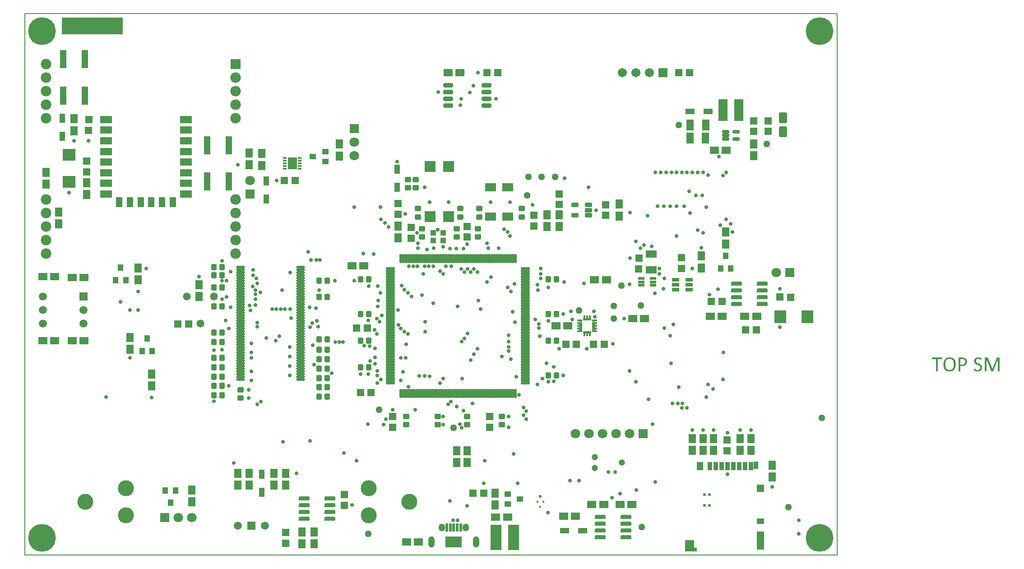
<source format=gts>
G04*
G04 #@! TF.GenerationSoftware,Altium Limited,Altium Designer,19.0.15 (446)*
G04*
G04 Layer_Color=12948958*
%FSLAX23Y23*%
%MOIN*%
G70*
G01*
G75*
%ADD12C,0.005*%
%ADD61R,0.080X0.055*%
%ADD62R,0.055X0.058*%
%ADD63R,0.047X0.134*%
%ADD64R,0.087X0.055*%
%ADD65R,0.051X0.075*%
%ADD66R,0.098X0.088*%
%ADD67R,0.058X0.068*%
%ADD68R,0.083X0.059*%
%ADD69R,0.071X0.039*%
%ADD70R,0.068X0.058*%
%ADD71R,0.079X0.185*%
%ADD72R,0.039X0.071*%
%ADD73R,0.058X0.055*%
G04:AMPARAMS|DCode=74|XSize=83mil|YSize=30mil|CornerRadius=7mil|HoleSize=0mil|Usage=FLASHONLY|Rotation=0.000|XOffset=0mil|YOffset=0mil|HoleType=Round|Shape=RoundedRectangle|*
%AMROUNDEDRECTD74*
21,1,0.083,0.017,0,0,0.0*
21,1,0.070,0.030,0,0,0.0*
1,1,0.014,0.035,-0.008*
1,1,0.014,-0.035,-0.008*
1,1,0.014,-0.035,0.008*
1,1,0.014,0.035,0.008*
%
%ADD74ROUNDEDRECTD74*%
%ADD75R,0.055X0.080*%
G04:AMPARAMS|DCode=76|XSize=79mil|YSize=60mil|CornerRadius=10mil|HoleSize=0mil|Usage=FLASHONLY|Rotation=90.000|XOffset=0mil|YOffset=0mil|HoleType=Round|Shape=RoundedRectangle|*
%AMROUNDEDRECTD76*
21,1,0.079,0.039,0,0,90.0*
21,1,0.058,0.060,0,0,90.0*
1,1,0.021,0.019,0.029*
1,1,0.021,0.019,-0.029*
1,1,0.021,-0.019,-0.029*
1,1,0.021,-0.019,0.029*
%
%ADD76ROUNDEDRECTD76*%
G04:AMPARAMS|DCode=77|XSize=56mil|YSize=31mil|CornerRadius=10mil|HoleSize=0mil|Usage=FLASHONLY|Rotation=180.000|XOffset=0mil|YOffset=0mil|HoleType=Round|Shape=RoundedRectangle|*
%AMROUNDEDRECTD77*
21,1,0.056,0.012,0,0,180.0*
21,1,0.036,0.031,0,0,180.0*
1,1,0.020,-0.018,0.006*
1,1,0.020,0.018,0.006*
1,1,0.020,0.018,-0.006*
1,1,0.020,-0.018,-0.006*
%
%ADD77ROUNDEDRECTD77*%
G04:AMPARAMS|DCode=78|XSize=67mil|YSize=19mil|CornerRadius=5mil|HoleSize=0mil|Usage=FLASHONLY|Rotation=270.000|XOffset=0mil|YOffset=0mil|HoleType=Round|Shape=RoundedRectangle|*
%AMROUNDEDRECTD78*
21,1,0.067,0.008,0,0,270.0*
21,1,0.056,0.019,0,0,270.0*
1,1,0.011,-0.004,-0.028*
1,1,0.011,-0.004,0.028*
1,1,0.011,0.004,0.028*
1,1,0.011,0.004,-0.028*
%
%ADD78ROUNDEDRECTD78*%
G04:AMPARAMS|DCode=79|XSize=67mil|YSize=19mil|CornerRadius=5mil|HoleSize=0mil|Usage=FLASHONLY|Rotation=0.000|XOffset=0mil|YOffset=0mil|HoleType=Round|Shape=RoundedRectangle|*
%AMROUNDEDRECTD79*
21,1,0.067,0.008,0,0,0.0*
21,1,0.056,0.019,0,0,0.0*
1,1,0.011,0.028,-0.004*
1,1,0.011,-0.028,-0.004*
1,1,0.011,-0.028,0.004*
1,1,0.011,0.028,0.004*
%
%ADD79ROUNDEDRECTD79*%
%ADD80R,0.045X0.024*%
G04:AMPARAMS|DCode=81|XSize=65mil|YSize=19mil|CornerRadius=5mil|HoleSize=0mil|Usage=FLASHONLY|Rotation=0.000|XOffset=0mil|YOffset=0mil|HoleType=Round|Shape=RoundedRectangle|*
%AMROUNDEDRECTD81*
21,1,0.065,0.008,0,0,0.0*
21,1,0.054,0.019,0,0,0.0*
1,1,0.011,0.027,-0.004*
1,1,0.011,-0.027,-0.004*
1,1,0.011,-0.027,0.004*
1,1,0.011,0.027,0.004*
%
%ADD81ROUNDEDRECTD81*%
%ADD82R,0.058X0.030*%
%ADD83R,0.043X0.039*%
G04:AMPARAMS|DCode=84|XSize=45mil|YSize=43mil|CornerRadius=8mil|HoleSize=0mil|Usage=FLASHONLY|Rotation=180.000|XOffset=0mil|YOffset=0mil|HoleType=Round|Shape=RoundedRectangle|*
%AMROUNDEDRECTD84*
21,1,0.045,0.027,0,0,180.0*
21,1,0.029,0.043,0,0,180.0*
1,1,0.016,-0.014,0.014*
1,1,0.016,0.014,0.014*
1,1,0.016,0.014,-0.014*
1,1,0.016,-0.014,-0.014*
%
%ADD84ROUNDEDRECTD84*%
%ADD85R,0.079X0.079*%
G04:AMPARAMS|DCode=86|XSize=45mil|YSize=43mil|CornerRadius=8mil|HoleSize=0mil|Usage=FLASHONLY|Rotation=90.000|XOffset=0mil|YOffset=0mil|HoleType=Round|Shape=RoundedRectangle|*
%AMROUNDEDRECTD86*
21,1,0.045,0.027,0,0,90.0*
21,1,0.029,0.043,0,0,90.0*
1,1,0.016,0.014,0.014*
1,1,0.016,0.014,-0.014*
1,1,0.016,-0.014,-0.014*
1,1,0.016,-0.014,0.014*
%
%ADD86ROUNDEDRECTD86*%
%ADD87R,0.035X0.014*%
%ADD88R,0.014X0.035*%
%ADD89R,0.122X0.083*%
%ADD90R,0.024X0.061*%
%ADD91R,0.045X0.043*%
%ADD92R,0.045X0.043*%
%ADD93R,0.043X0.045*%
%ADD94R,0.043X0.045*%
%ADD95R,0.059X0.075*%
%ADD96R,0.047X0.063*%
%ADD97R,0.036X0.063*%
%ADD98R,0.055X0.134*%
%ADD99R,0.055X0.055*%
%ADD100R,0.055X0.039*%
%ADD101R,0.036X0.055*%
%ADD102R,0.088X0.098*%
G04:AMPARAMS|DCode=103|XSize=55mil|YSize=24mil|CornerRadius=8mil|HoleSize=0mil|Usage=FLASHONLY|Rotation=0.000|XOffset=0mil|YOffset=0mil|HoleType=Round|Shape=RoundedRectangle|*
%AMROUNDEDRECTD103*
21,1,0.055,0.008,0,0,0.0*
21,1,0.039,0.024,0,0,0.0*
1,1,0.016,0.019,-0.004*
1,1,0.016,-0.019,-0.004*
1,1,0.016,-0.019,0.004*
1,1,0.016,0.019,0.004*
%
%ADD103ROUNDEDRECTD103*%
%ADD104R,0.065X0.161*%
G04:AMPARAMS|DCode=105|XSize=71mil|YSize=31mil|CornerRadius=7mil|HoleSize=0mil|Usage=FLASHONLY|Rotation=0.000|XOffset=0mil|YOffset=0mil|HoleType=Round|Shape=RoundedRectangle|*
%AMROUNDEDRECTD105*
21,1,0.071,0.017,0,0,0.0*
21,1,0.058,0.031,0,0,0.0*
1,1,0.014,0.029,-0.009*
1,1,0.014,-0.029,-0.009*
1,1,0.014,-0.029,0.009*
1,1,0.014,0.029,0.009*
%
%ADD105ROUNDEDRECTD105*%
%ADD106R,0.030X0.017*%
%ADD107R,0.071X0.087*%
%ADD108C,0.051*%
%ADD109C,0.118*%
%ADD110C,0.059*%
%ADD111R,0.059X0.059*%
%ADD112R,0.071X0.071*%
%ADD113C,0.071*%
%ADD114C,0.047*%
%ADD115O,0.047X0.047*%
%ADD116C,0.058*%
%ADD117C,0.015*%
%ADD118C,0.023*%
%ADD119O,0.047X0.083*%
%ADD120O,0.049X0.057*%
%ADD121R,0.067X0.067*%
%ADD122C,0.067*%
%ADD123R,0.071X0.071*%
%ADD124C,0.078*%
%ADD125R,0.078X0.078*%
%ADD126C,0.205*%
%ADD127C,0.028*%
G36*
X725Y3846D02*
X274D01*
Y3971D01*
X725D01*
Y3846D01*
D02*
G37*
G36*
X4184Y1733D02*
X4123D01*
Y1751D01*
X4184D01*
Y1733D01*
D02*
G37*
G36*
X4213Y1724D02*
X4191D01*
Y1742D01*
X4213D01*
Y1724D01*
D02*
G37*
G36*
X4116D02*
X4094D01*
Y1742D01*
X4116D01*
Y1724D01*
D02*
G37*
G36*
X4213Y1705D02*
X4191D01*
Y1722D01*
X4213D01*
Y1705D01*
D02*
G37*
G36*
X4116D02*
X4094D01*
Y1722D01*
X4116D01*
Y1705D01*
D02*
G37*
G36*
X4213Y1685D02*
X4191D01*
Y1703D01*
X4213D01*
Y1685D01*
D02*
G37*
G36*
X4116D02*
X4094D01*
Y1703D01*
X4116D01*
Y1685D01*
D02*
G37*
G36*
X4213Y1665D02*
X4191D01*
Y1683D01*
X4213D01*
Y1665D01*
D02*
G37*
G36*
X4116D02*
X4094D01*
Y1683D01*
X4116D01*
Y1665D01*
D02*
G37*
G36*
X4213Y1646D02*
X4191D01*
Y1663D01*
X4213D01*
Y1646D01*
D02*
G37*
G36*
X4116D02*
X4094D01*
Y1663D01*
X4116D01*
Y1646D01*
D02*
G37*
G36*
X4184Y1637D02*
X4123D01*
Y1655D01*
X4184D01*
Y1637D01*
D02*
G37*
G36*
X4945Y61D02*
X4951Y55D01*
X4965D01*
Y28D01*
X4878D01*
Y110D01*
X4945D01*
Y61D01*
D02*
G37*
G36*
X7047Y1461D02*
X7050Y1461D01*
X7050D01*
X7050Y1461D01*
X7051D01*
X7052Y1460D01*
X7054Y1460D01*
X7056Y1459D01*
X7056D01*
X7057Y1459D01*
X7057Y1459D01*
X7058Y1459D01*
X7060Y1458D01*
X7061Y1457D01*
X7062D01*
X7062Y1457D01*
X7063Y1456D01*
X7064Y1456D01*
X7065Y1455D01*
X7065Y1455D01*
X7065Y1455D01*
X7065Y1454D01*
X7065Y1454D01*
X7066Y1454D01*
X7066Y1453D01*
Y1453D01*
X7066Y1452D01*
Y1451D01*
Y1451D01*
X7066Y1451D01*
Y1450D01*
Y1449D01*
Y1449D01*
Y1448D01*
Y1447D01*
X7066Y1446D01*
Y1446D01*
X7066Y1446D01*
X7066Y1444D01*
Y1444D01*
X7066Y1444D01*
X7065Y1443D01*
X7065D01*
X7064Y1443D01*
X7064D01*
X7063Y1443D01*
X7063Y1444D01*
X7061Y1444D01*
X7061Y1444D01*
X7060Y1445D01*
X7059Y1446D01*
X7057Y1446D01*
X7057D01*
X7057Y1447D01*
X7056Y1447D01*
X7055Y1447D01*
X7053Y1448D01*
X7051Y1449D01*
X7051D01*
X7050Y1449D01*
X7049Y1449D01*
X7048Y1450D01*
X7047Y1450D01*
X7046Y1450D01*
X7043Y1450D01*
X7041D01*
X7040Y1450D01*
X7038Y1450D01*
X7035Y1449D01*
X7035D01*
X7035Y1449D01*
X7034Y1449D01*
X7033Y1448D01*
X7032Y1447D01*
X7030Y1446D01*
X7030Y1446D01*
X7029Y1445D01*
X7028Y1443D01*
X7027Y1442D01*
Y1441D01*
X7027Y1441D01*
X7027Y1441D01*
Y1440D01*
X7026Y1438D01*
X7026Y1436D01*
Y1436D01*
Y1435D01*
X7026Y1435D01*
Y1434D01*
X7027Y1431D01*
X7028Y1429D01*
X7028Y1429D01*
X7028Y1428D01*
X7029Y1428D01*
X7029Y1427D01*
X7031Y1425D01*
X7033Y1423D01*
X7033Y1423D01*
X7034Y1423D01*
X7034Y1422D01*
X7035Y1422D01*
X7036Y1421D01*
X7038Y1420D01*
X7041Y1419D01*
X7041D01*
X7041Y1419D01*
X7042Y1418D01*
X7043Y1418D01*
X7044Y1417D01*
X7046Y1417D01*
X7049Y1415D01*
X7049D01*
X7050Y1415D01*
X7051Y1414D01*
X7052Y1414D01*
X7053Y1413D01*
X7054Y1412D01*
X7057Y1411D01*
X7058Y1410D01*
X7058Y1410D01*
X7059Y1410D01*
X7060Y1409D01*
X7062Y1407D01*
X7065Y1405D01*
X7065Y1405D01*
X7065Y1404D01*
X7066Y1404D01*
X7067Y1403D01*
X7068Y1402D01*
X7069Y1400D01*
X7070Y1397D01*
X7070Y1397D01*
X7071Y1397D01*
X7071Y1396D01*
X7071Y1394D01*
X7072Y1393D01*
X7072Y1391D01*
X7072Y1389D01*
Y1387D01*
Y1386D01*
Y1385D01*
X7072Y1384D01*
X7072Y1383D01*
X7072Y1380D01*
X7071Y1378D01*
X7070Y1376D01*
X7070Y1374D01*
X7069Y1374D01*
X7069Y1373D01*
X7068Y1372D01*
X7068Y1371D01*
X7067Y1369D01*
X7065Y1368D01*
X7064Y1366D01*
X7062Y1364D01*
X7062Y1364D01*
X7061Y1364D01*
X7060Y1363D01*
X7059Y1362D01*
X7057Y1361D01*
X7055Y1360D01*
X7053Y1360D01*
X7051Y1359D01*
X7051D01*
X7050Y1358D01*
X7049Y1358D01*
X7047Y1358D01*
X7045Y1357D01*
X7043Y1357D01*
X7040Y1357D01*
X7036D01*
X7034Y1357D01*
X7033D01*
X7031Y1357D01*
X7028Y1358D01*
X7028D01*
X7027Y1358D01*
X7026Y1358D01*
X7025Y1358D01*
X7023Y1359D01*
X7020Y1360D01*
X7020D01*
X7020Y1360D01*
X7019Y1360D01*
X7018Y1360D01*
X7016Y1361D01*
X7014Y1362D01*
X7014D01*
X7014Y1362D01*
X7013Y1363D01*
X7012Y1364D01*
X7011Y1365D01*
X7011Y1365D01*
X7011Y1365D01*
X7010Y1366D01*
X7010Y1367D01*
Y1367D01*
X7010Y1368D01*
X7010Y1369D01*
Y1371D01*
Y1371D01*
Y1372D01*
Y1373D01*
Y1374D01*
Y1374D01*
X7010Y1374D01*
X7010Y1375D01*
X7010Y1376D01*
Y1376D01*
X7010Y1376D01*
X7011Y1377D01*
X7011D01*
X7011Y1377D01*
X7012Y1377D01*
X7012D01*
X7013Y1377D01*
X7014Y1376D01*
X7015Y1376D01*
X7015D01*
X7015Y1375D01*
X7016Y1375D01*
X7018Y1374D01*
X7020Y1373D01*
X7020D01*
X7021Y1372D01*
X7021Y1372D01*
X7022Y1372D01*
X7023Y1371D01*
X7025Y1371D01*
X7028Y1370D01*
X7028D01*
X7029Y1370D01*
X7030Y1369D01*
X7031Y1369D01*
X7032Y1369D01*
X7034Y1369D01*
X7036Y1368D01*
X7040D01*
X7041Y1369D01*
X7043Y1369D01*
X7046Y1370D01*
X7046D01*
X7047Y1370D01*
X7047Y1370D01*
X7048Y1370D01*
X7050Y1371D01*
X7052Y1373D01*
X7053Y1373D01*
X7053Y1373D01*
X7054Y1374D01*
X7055Y1376D01*
X7057Y1378D01*
Y1378D01*
X7057Y1379D01*
X7057Y1379D01*
X7057Y1380D01*
X7058Y1381D01*
X7058Y1383D01*
X7058Y1385D01*
Y1385D01*
Y1386D01*
X7058Y1387D01*
Y1388D01*
X7057Y1390D01*
X7057Y1391D01*
X7056Y1393D01*
Y1393D01*
X7056Y1393D01*
X7055Y1394D01*
X7055Y1395D01*
X7053Y1396D01*
X7051Y1398D01*
X7051Y1398D01*
X7050Y1398D01*
X7049Y1399D01*
X7049Y1399D01*
X7048Y1400D01*
X7046Y1401D01*
X7043Y1402D01*
X7043Y1402D01*
X7043Y1403D01*
X7042Y1403D01*
X7041Y1403D01*
X7039Y1404D01*
X7038Y1405D01*
X7035Y1406D01*
X7035Y1406D01*
X7034Y1407D01*
X7033Y1407D01*
X7032Y1407D01*
X7031Y1408D01*
X7030Y1409D01*
X7027Y1411D01*
X7026Y1411D01*
X7026Y1411D01*
X7025Y1411D01*
X7024Y1412D01*
X7022Y1414D01*
X7019Y1416D01*
X7019Y1417D01*
X7019Y1417D01*
X7018Y1418D01*
X7017Y1419D01*
X7017Y1420D01*
X7016Y1421D01*
X7014Y1424D01*
Y1424D01*
X7014Y1425D01*
X7014Y1426D01*
X7013Y1427D01*
X7013Y1429D01*
X7012Y1430D01*
X7012Y1433D01*
X7012Y1435D01*
Y1435D01*
Y1436D01*
X7012Y1437D01*
X7012Y1439D01*
X7013Y1440D01*
X7013Y1442D01*
X7014Y1444D01*
X7014Y1446D01*
X7014Y1446D01*
X7015Y1447D01*
X7015Y1448D01*
X7016Y1449D01*
X7017Y1450D01*
X7018Y1452D01*
X7021Y1454D01*
X7021Y1455D01*
X7021Y1455D01*
X7022Y1456D01*
X7023Y1456D01*
X7025Y1457D01*
X7027Y1458D01*
X7029Y1459D01*
X7031Y1460D01*
X7031D01*
X7032Y1460D01*
X7033Y1460D01*
X7034Y1461D01*
X7036Y1461D01*
X7038Y1461D01*
X7041Y1462D01*
X7045D01*
X7047Y1461D01*
D02*
G37*
G36*
X7198Y1460D02*
X7199Y1460D01*
X7199D01*
X7199Y1459D01*
X7200Y1459D01*
X7201Y1458D01*
X7201Y1458D01*
X7201Y1458D01*
X7201Y1457D01*
X7202Y1457D01*
X7202Y1456D01*
X7202Y1456D01*
X7202Y1455D01*
Y1454D01*
Y1360D01*
Y1360D01*
X7202Y1359D01*
X7202Y1359D01*
X7201Y1359D01*
X7201Y1358D01*
X7201D01*
X7200Y1358D01*
X7200D01*
X7199Y1358D01*
X7198D01*
X7198Y1358D01*
X7197Y1358D01*
X7194D01*
X7193Y1358D01*
X7192Y1358D01*
X7192D01*
X7191Y1358D01*
X7191D01*
X7190Y1358D01*
X7190D01*
X7190Y1359D01*
X7189Y1359D01*
Y1359D01*
Y1359D01*
X7189Y1360D01*
Y1449D01*
X7189D01*
X7153Y1360D01*
X7152Y1359D01*
X7152Y1359D01*
X7151Y1359D01*
X7151Y1358D01*
X7151Y1358D01*
X7150D01*
X7150Y1358D01*
X7149D01*
X7149Y1358D01*
X7148D01*
X7147Y1358D01*
X7144D01*
X7143Y1358D01*
X7143D01*
X7142Y1358D01*
X7141Y1358D01*
X7141D01*
X7141Y1358D01*
X7140Y1359D01*
Y1359D01*
X7140Y1359D01*
X7139Y1360D01*
X7105Y1449D01*
Y1360D01*
Y1360D01*
X7105Y1359D01*
X7104Y1359D01*
X7104Y1359D01*
X7103Y1358D01*
X7103D01*
X7103Y1358D01*
X7102D01*
X7101Y1358D01*
X7101D01*
X7100Y1358D01*
X7099Y1358D01*
X7097D01*
X7096Y1358D01*
X7095Y1358D01*
X7095D01*
X7094Y1358D01*
X7093D01*
X7093Y1358D01*
X7093D01*
X7092Y1359D01*
X7092Y1359D01*
Y1359D01*
Y1359D01*
X7092Y1360D01*
Y1454D01*
Y1454D01*
Y1454D01*
X7092Y1455D01*
Y1456D01*
X7092Y1457D01*
X7093Y1459D01*
X7094Y1459D01*
X7094Y1459D01*
X7096Y1460D01*
X7097Y1460D01*
X7107D01*
X7108Y1460D01*
X7110Y1460D01*
X7110D01*
X7110Y1459D01*
X7111Y1459D01*
X7112Y1459D01*
X7113Y1458D01*
X7113Y1458D01*
X7114Y1457D01*
X7115Y1456D01*
X7116Y1455D01*
X7116Y1455D01*
X7116Y1454D01*
X7117Y1453D01*
X7117Y1452D01*
X7147Y1378D01*
X7147D01*
X7177Y1452D01*
Y1452D01*
X7177Y1452D01*
X7178Y1453D01*
X7178Y1454D01*
X7179Y1456D01*
X7179Y1456D01*
X7180Y1456D01*
X7181Y1457D01*
X7181Y1458D01*
X7182Y1458D01*
X7182Y1459D01*
X7183Y1459D01*
X7184Y1460D01*
X7184Y1460D01*
X7185Y1460D01*
X7186Y1460D01*
X7197D01*
X7198Y1460D01*
D02*
G37*
G36*
X6929D02*
X6931Y1460D01*
X6932D01*
X6932Y1460D01*
X6933Y1459D01*
X6934Y1459D01*
X6935Y1459D01*
X6938Y1458D01*
X6938D01*
X6939Y1458D01*
X6940Y1458D01*
X6941Y1458D01*
X6942Y1457D01*
X6944Y1457D01*
X6947Y1455D01*
X6947Y1455D01*
X6947Y1455D01*
X6948Y1454D01*
X6949Y1454D01*
X6952Y1452D01*
X6954Y1449D01*
X6954Y1449D01*
X6955Y1448D01*
X6955Y1448D01*
X6956Y1447D01*
X6957Y1445D01*
X6957Y1444D01*
X6959Y1441D01*
Y1440D01*
X6959Y1440D01*
X6959Y1439D01*
X6960Y1438D01*
X6960Y1436D01*
X6960Y1434D01*
X6960Y1430D01*
Y1430D01*
Y1429D01*
X6960Y1428D01*
X6960Y1426D01*
X6960Y1423D01*
X6959Y1421D01*
X6959Y1419D01*
X6958Y1416D01*
X6958Y1416D01*
X6957Y1415D01*
X6957Y1414D01*
X6956Y1413D01*
X6955Y1411D01*
X6954Y1409D01*
X6952Y1407D01*
X6951Y1406D01*
X6950Y1406D01*
X6950Y1405D01*
X6949Y1404D01*
X6947Y1403D01*
X6946Y1402D01*
X6944Y1401D01*
X6941Y1400D01*
X6939Y1399D01*
X6938D01*
X6938Y1399D01*
X6936Y1398D01*
X6934Y1398D01*
X6932Y1398D01*
X6929Y1397D01*
X6926Y1397D01*
X6923Y1397D01*
X6911D01*
Y1360D01*
Y1360D01*
X6911Y1359D01*
X6910Y1359D01*
X6910Y1359D01*
X6910Y1358D01*
X6909D01*
X6909Y1358D01*
X6908D01*
X6908Y1358D01*
X6907D01*
X6907Y1358D01*
X6906Y1358D01*
X6903D01*
X6902Y1358D01*
X6901Y1358D01*
X6901D01*
X6900Y1358D01*
X6899Y1358D01*
X6899D01*
X6899Y1359D01*
X6898Y1359D01*
Y1359D01*
Y1359D01*
X6898Y1360D01*
Y1454D01*
Y1454D01*
Y1455D01*
X6898Y1456D01*
X6898Y1457D01*
X6899Y1459D01*
X6900Y1459D01*
X6900Y1459D01*
X6902Y1460D01*
X6903Y1460D01*
X6927D01*
X6929Y1460D01*
D02*
G37*
G36*
X6775Y1460D02*
X6775D01*
X6775Y1460D01*
X6775Y1459D01*
Y1458D01*
X6776Y1458D01*
X6776Y1458D01*
X6776Y1457D01*
Y1457D01*
X6776Y1456D01*
Y1455D01*
Y1454D01*
Y1454D01*
Y1453D01*
Y1452D01*
X6776Y1452D01*
Y1451D01*
X6776Y1451D01*
X6775Y1450D01*
X6775Y1449D01*
X6775Y1449D01*
X6774D01*
X6773Y1449D01*
X6745D01*
Y1360D01*
Y1360D01*
X6744Y1359D01*
X6744Y1359D01*
X6744Y1359D01*
X6743Y1358D01*
X6743D01*
X6743Y1358D01*
X6742D01*
X6741Y1358D01*
X6741D01*
X6740Y1358D01*
X6739Y1358D01*
X6737D01*
X6736Y1358D01*
X6735Y1358D01*
X6735D01*
X6734Y1358D01*
X6733Y1358D01*
X6732D01*
X6732Y1359D01*
X6732Y1359D01*
Y1359D01*
Y1359D01*
X6731Y1360D01*
Y1449D01*
X6702D01*
X6701Y1449D01*
X6701Y1449D01*
X6701Y1450D01*
Y1450D01*
X6700Y1450D01*
Y1451D01*
X6700Y1452D01*
Y1452D01*
Y1452D01*
X6700Y1453D01*
Y1454D01*
Y1454D01*
Y1455D01*
Y1456D01*
X6700Y1457D01*
Y1457D01*
X6700Y1458D01*
X6701Y1459D01*
Y1459D01*
X6701Y1459D01*
X6701Y1460D01*
X6702D01*
X6702Y1460D01*
X6703Y1460D01*
X6774D01*
X6775Y1460D01*
D02*
G37*
G36*
X6836Y1461D02*
X6838Y1461D01*
X6842Y1461D01*
X6845Y1460D01*
X6848Y1459D01*
X6851Y1458D01*
X6852D01*
X6852Y1458D01*
X6853Y1458D01*
X6854Y1457D01*
X6856Y1456D01*
X6859Y1454D01*
X6861Y1452D01*
X6863Y1450D01*
X6865Y1448D01*
X6865Y1448D01*
X6866Y1447D01*
X6867Y1446D01*
X6868Y1444D01*
X6870Y1441D01*
X6871Y1439D01*
X6873Y1436D01*
X6874Y1432D01*
Y1432D01*
X6874Y1432D01*
Y1431D01*
X6874Y1430D01*
X6874Y1430D01*
X6875Y1428D01*
X6875Y1426D01*
X6875Y1423D01*
X6876Y1419D01*
X6876Y1415D01*
X6876Y1410D01*
Y1410D01*
Y1410D01*
Y1409D01*
Y1408D01*
Y1407D01*
X6876Y1406D01*
X6876Y1403D01*
X6876Y1399D01*
X6875Y1396D01*
X6874Y1392D01*
X6873Y1388D01*
Y1388D01*
X6873Y1388D01*
X6873Y1387D01*
X6873Y1386D01*
X6872Y1385D01*
X6871Y1382D01*
X6870Y1380D01*
X6869Y1377D01*
X6867Y1374D01*
X6865Y1371D01*
X6865Y1371D01*
X6864Y1370D01*
X6862Y1369D01*
X6861Y1367D01*
X6859Y1366D01*
X6856Y1364D01*
X6853Y1362D01*
X6850Y1360D01*
X6850D01*
X6850Y1360D01*
X6849Y1360D01*
X6849Y1360D01*
X6847Y1359D01*
X6844Y1359D01*
X6841Y1358D01*
X6838Y1357D01*
X6834Y1357D01*
X6830Y1357D01*
X6828D01*
X6827Y1357D01*
X6826D01*
X6823Y1357D01*
X6820Y1358D01*
X6816Y1358D01*
X6813Y1359D01*
X6810Y1360D01*
X6810Y1360D01*
X6808Y1361D01*
X6807Y1362D01*
X6805Y1363D01*
X6803Y1364D01*
X6801Y1366D01*
X6798Y1368D01*
X6796Y1370D01*
X6796Y1370D01*
X6795Y1371D01*
X6794Y1373D01*
X6793Y1375D01*
X6792Y1377D01*
X6790Y1380D01*
X6789Y1383D01*
X6788Y1386D01*
Y1387D01*
X6788Y1387D01*
Y1387D01*
X6787Y1388D01*
X6787Y1389D01*
X6787Y1390D01*
X6787Y1393D01*
X6786Y1396D01*
X6786Y1400D01*
X6785Y1404D01*
X6785Y1409D01*
Y1409D01*
Y1409D01*
Y1410D01*
Y1411D01*
Y1412D01*
X6785Y1413D01*
X6786Y1416D01*
X6786Y1419D01*
X6786Y1423D01*
X6787Y1427D01*
X6788Y1430D01*
Y1431D01*
X6788Y1431D01*
X6788Y1431D01*
X6789Y1432D01*
X6789Y1434D01*
X6790Y1436D01*
X6791Y1439D01*
X6793Y1442D01*
X6795Y1444D01*
X6797Y1447D01*
X6797Y1447D01*
X6798Y1448D01*
X6799Y1449D01*
X6801Y1451D01*
X6803Y1453D01*
X6805Y1454D01*
X6808Y1456D01*
X6811Y1458D01*
X6812D01*
X6812Y1458D01*
X6812Y1458D01*
X6813Y1458D01*
X6815Y1459D01*
X6817Y1460D01*
X6820Y1460D01*
X6824Y1461D01*
X6828Y1461D01*
X6832Y1462D01*
X6834D01*
X6836Y1461D01*
D02*
G37*
%LPC*%
G36*
X6924Y1449D02*
X6911D01*
Y1408D01*
X6926D01*
X6927Y1408D01*
X6929Y1408D01*
X6930Y1409D01*
X6932Y1409D01*
X6934Y1409D01*
X6934D01*
X6934Y1410D01*
X6935Y1410D01*
X6936Y1411D01*
X6938Y1412D01*
X6940Y1414D01*
X6941Y1414D01*
X6941Y1414D01*
X6941Y1415D01*
X6942Y1416D01*
X6943Y1418D01*
X6945Y1421D01*
Y1421D01*
X6945Y1421D01*
X6945Y1422D01*
X6945Y1423D01*
X6946Y1424D01*
X6946Y1426D01*
X6946Y1429D01*
Y1430D01*
Y1430D01*
X6946Y1431D01*
X6946Y1433D01*
X6946Y1434D01*
X6945Y1436D01*
X6945Y1438D01*
X6944Y1440D01*
X6944Y1440D01*
X6943Y1440D01*
X6943Y1441D01*
X6942Y1442D01*
X6940Y1444D01*
X6939Y1445D01*
X6938Y1446D01*
X6938Y1446D01*
X6937Y1446D01*
X6937Y1446D01*
X6936Y1447D01*
X6934Y1448D01*
X6931Y1448D01*
X6931D01*
X6930Y1448D01*
X6930D01*
X6929Y1449D01*
X6926Y1449D01*
X6924Y1449D01*
D02*
G37*
G36*
X6831Y1450D02*
X6830D01*
X6828Y1450D01*
X6826Y1450D01*
X6824Y1449D01*
X6821Y1448D01*
X6819Y1448D01*
X6816Y1446D01*
X6816Y1446D01*
X6815Y1446D01*
X6814Y1445D01*
X6813Y1444D01*
X6811Y1443D01*
X6810Y1441D01*
X6808Y1440D01*
X6806Y1438D01*
X6806Y1438D01*
X6806Y1437D01*
X6805Y1436D01*
X6804Y1434D01*
X6803Y1432D01*
X6803Y1430D01*
X6802Y1428D01*
X6801Y1425D01*
Y1424D01*
X6801Y1423D01*
X6801Y1422D01*
X6800Y1420D01*
X6800Y1418D01*
X6800Y1415D01*
X6800Y1412D01*
Y1409D01*
Y1409D01*
Y1409D01*
Y1408D01*
Y1406D01*
X6800Y1404D01*
X6800Y1401D01*
X6800Y1399D01*
X6801Y1393D01*
Y1393D01*
X6801Y1392D01*
X6802Y1390D01*
X6802Y1389D01*
X6803Y1387D01*
X6804Y1384D01*
X6805Y1382D01*
X6806Y1380D01*
X6806Y1380D01*
X6807Y1379D01*
X6807Y1378D01*
X6809Y1377D01*
X6810Y1375D01*
X6812Y1374D01*
X6814Y1373D01*
X6816Y1371D01*
X6816Y1371D01*
X6817Y1371D01*
X6818Y1370D01*
X6820Y1370D01*
X6822Y1369D01*
X6824Y1369D01*
X6827Y1369D01*
X6830Y1368D01*
X6832D01*
X6834Y1369D01*
X6836Y1369D01*
X6838Y1369D01*
X6840Y1370D01*
X6843Y1371D01*
X6845Y1372D01*
X6846Y1372D01*
X6846Y1372D01*
X6847Y1373D01*
X6849Y1374D01*
X6850Y1375D01*
X6852Y1377D01*
X6854Y1378D01*
X6855Y1380D01*
X6855Y1381D01*
X6856Y1382D01*
X6856Y1383D01*
X6857Y1384D01*
X6858Y1386D01*
X6859Y1388D01*
X6860Y1391D01*
X6860Y1394D01*
Y1394D01*
X6861Y1395D01*
X6861Y1396D01*
X6861Y1398D01*
X6861Y1401D01*
X6862Y1403D01*
X6862Y1406D01*
Y1409D01*
Y1409D01*
Y1410D01*
Y1411D01*
Y1412D01*
X6862Y1415D01*
X6862Y1417D01*
X6861Y1420D01*
X6860Y1425D01*
Y1426D01*
X6860Y1427D01*
X6860Y1428D01*
X6859Y1430D01*
X6859Y1432D01*
X6858Y1434D01*
X6857Y1436D01*
X6855Y1438D01*
X6855Y1438D01*
X6855Y1439D01*
X6854Y1440D01*
X6853Y1441D01*
X6851Y1443D01*
X6850Y1444D01*
X6848Y1446D01*
X6846Y1447D01*
X6846Y1447D01*
X6845Y1447D01*
X6843Y1448D01*
X6842Y1448D01*
X6840Y1449D01*
X6837Y1449D01*
X6834Y1450D01*
X6831Y1450D01*
D02*
G37*
%LPD*%
D12*
X0Y0D02*
Y4000D01*
X6000D01*
Y0D02*
Y4000D01*
X0Y0D02*
X6000D01*
D61*
X4629Y2223D02*
D03*
Y2108D02*
D03*
D62*
X5404Y1665D02*
D03*
X5324Y1665D02*
D03*
X3311Y457D02*
D03*
X3390Y457D02*
D03*
X4282Y1559D02*
D03*
X4202Y1559D02*
D03*
X3996Y1559D02*
D03*
X4075Y1559D02*
D03*
X2480Y1201D02*
D03*
X2559Y1201D02*
D03*
X2530Y1679D02*
D03*
X2450Y1679D02*
D03*
X5071Y1874D02*
D03*
X5150Y1874D02*
D03*
X5658Y1905D02*
D03*
X5579Y1906D02*
D03*
X1132Y1708D02*
D03*
X1211Y1708D02*
D03*
X4910Y3563D02*
D03*
X4830Y3563D02*
D03*
X3494Y3563D02*
D03*
X3415Y3563D02*
D03*
X1996Y2766D02*
D03*
X1917Y2766D02*
D03*
D63*
X1506Y3028D02*
D03*
X1348D02*
D03*
X1506Y2760D02*
D03*
X1348D02*
D03*
X443Y3663D02*
D03*
X285D02*
D03*
X443Y3395D02*
D03*
X285D02*
D03*
D64*
X600Y3219D02*
D03*
Y3140D02*
D03*
Y3061D02*
D03*
Y2982D02*
D03*
Y2904D02*
D03*
Y2825D02*
D03*
Y2746D02*
D03*
Y2667D02*
D03*
X1191D02*
D03*
Y2746D02*
D03*
Y2825D02*
D03*
Y2904D02*
D03*
Y2982D02*
D03*
Y3061D02*
D03*
Y3140D02*
D03*
Y3219D02*
D03*
D65*
X699Y2608D02*
D03*
X778D02*
D03*
X856D02*
D03*
X935D02*
D03*
X1014D02*
D03*
X1093D02*
D03*
D66*
X327Y2956D02*
D03*
Y2756D02*
D03*
D67*
X458Y2663D02*
D03*
Y2750D02*
D03*
X1659Y2971D02*
D03*
Y2883D02*
D03*
X1929Y517D02*
D03*
Y605D02*
D03*
X1841D02*
D03*
Y517D02*
D03*
X1659D02*
D03*
Y605D02*
D03*
X1575D02*
D03*
Y517D02*
D03*
X2047Y84D02*
D03*
Y172D02*
D03*
X2138D02*
D03*
Y84D02*
D03*
X3474Y370D02*
D03*
Y457D02*
D03*
X5384Y2951D02*
D03*
Y3039D02*
D03*
X251Y2446D02*
D03*
Y2534D02*
D03*
X157Y2829D02*
D03*
Y2742D02*
D03*
X3858Y2514D02*
D03*
Y2427D02*
D03*
X3949D02*
D03*
Y2514D02*
D03*
X4390Y2505D02*
D03*
Y2593D02*
D03*
X5089Y773D02*
D03*
Y861D02*
D03*
X5012Y773D02*
D03*
Y861D02*
D03*
X5285Y773D02*
D03*
Y861D02*
D03*
X5364Y773D02*
D03*
Y861D02*
D03*
X4931Y773D02*
D03*
Y861D02*
D03*
X3269Y685D02*
D03*
Y772D02*
D03*
X3190D02*
D03*
Y685D02*
D03*
X2756Y2431D02*
D03*
Y2343D02*
D03*
X1233Y480D02*
D03*
Y393D02*
D03*
X5522Y664D02*
D03*
Y576D02*
D03*
X4998Y2122D02*
D03*
Y2210D02*
D03*
X5177Y2299D02*
D03*
Y2386D02*
D03*
X778Y1609D02*
D03*
Y1521D02*
D03*
X837Y2121D02*
D03*
Y2033D02*
D03*
X1289Y1911D02*
D03*
Y1999D02*
D03*
X2323Y3036D02*
D03*
Y2948D02*
D03*
X1752Y2967D02*
D03*
Y2879D02*
D03*
X364Y3135D02*
D03*
Y3223D02*
D03*
X937Y1251D02*
D03*
Y1339D02*
D03*
D68*
X3442Y2500D02*
D03*
Y2717D02*
D03*
X3568D02*
D03*
Y2500D02*
D03*
D69*
X4122Y181D02*
D03*
X3988D02*
D03*
X5047Y3278D02*
D03*
X4913D02*
D03*
D70*
X3982Y289D02*
D03*
X4069D02*
D03*
X3567Y281D02*
D03*
X3479D02*
D03*
X4578Y1748D02*
D03*
X4490D02*
D03*
X4296Y2033D02*
D03*
X4208D02*
D03*
X3126Y3563D02*
D03*
X3213D02*
D03*
X4012Y1693D02*
D03*
X3925D02*
D03*
X2417Y2136D02*
D03*
X2504D02*
D03*
X2820Y98D02*
D03*
X2908D02*
D03*
X4189Y374D02*
D03*
X4276D02*
D03*
X4396D02*
D03*
X4484D02*
D03*
X5063Y1764D02*
D03*
X5151D02*
D03*
X5318D02*
D03*
X5406D02*
D03*
X350Y1585D02*
D03*
X437D02*
D03*
X133Y1585D02*
D03*
X221D02*
D03*
X133Y2057D02*
D03*
X221D02*
D03*
X350Y2051D02*
D03*
X437D02*
D03*
X5094Y2992D02*
D03*
X5182D02*
D03*
D71*
X3610Y131D02*
D03*
X3480D02*
D03*
D72*
X1752Y465D02*
D03*
Y598D02*
D03*
X2752Y2717D02*
D03*
Y2850D02*
D03*
X276Y3093D02*
D03*
Y3226D02*
D03*
X1783Y2764D02*
D03*
Y2630D02*
D03*
D73*
X1929Y88D02*
D03*
X1929Y167D02*
D03*
X2362Y448D02*
D03*
X2362Y369D02*
D03*
X5384Y3209D02*
D03*
X5384Y3130D02*
D03*
X5492Y3209D02*
D03*
X5492Y3130D02*
D03*
X3949Y2590D02*
D03*
X3949Y2669D02*
D03*
X3760Y2510D02*
D03*
X3760Y2431D02*
D03*
X4291Y2589D02*
D03*
X4291Y2510D02*
D03*
X2756Y2599D02*
D03*
X2756Y2519D02*
D03*
X3268Y2350D02*
D03*
X3268Y2429D02*
D03*
X2854Y2422D02*
D03*
X2854Y2342D02*
D03*
X3435Y945D02*
D03*
X3435Y1024D02*
D03*
X2717Y1024D02*
D03*
X2716Y945D02*
D03*
X5189Y851D02*
D03*
X5189Y771D02*
D03*
X4852Y2199D02*
D03*
X4852Y2119D02*
D03*
X4536Y2193D02*
D03*
X4535Y2114D02*
D03*
X472Y3139D02*
D03*
X473Y3219D02*
D03*
X458Y2910D02*
D03*
X458Y2830D02*
D03*
D74*
X2063Y369D02*
D03*
Y419D02*
D03*
Y319D02*
D03*
Y269D02*
D03*
X2253Y319D02*
D03*
Y419D02*
D03*
Y369D02*
D03*
Y269D02*
D03*
X4250Y281D02*
D03*
Y181D02*
D03*
Y131D02*
D03*
Y231D02*
D03*
X4440Y281D02*
D03*
Y231D02*
D03*
Y131D02*
D03*
Y181D02*
D03*
X5447Y1855D02*
D03*
Y1955D02*
D03*
Y2005D02*
D03*
Y1905D02*
D03*
X5257Y1855D02*
D03*
Y1905D02*
D03*
Y2005D02*
D03*
Y1955D02*
D03*
D75*
X4913Y3081D02*
D03*
X5028D02*
D03*
X4915Y3179D02*
D03*
X5030D02*
D03*
D76*
X5600Y3128D02*
D03*
Y3230D02*
D03*
D77*
X4164Y2512D02*
D03*
Y2549D02*
D03*
Y2587D02*
D03*
X4065D02*
D03*
Y2512D02*
D03*
D78*
X3623Y1194D02*
D03*
X3604D02*
D03*
X3584D02*
D03*
X3564D02*
D03*
X3544D02*
D03*
X3525D02*
D03*
X3505D02*
D03*
X3485D02*
D03*
X3466D02*
D03*
X3446D02*
D03*
X3426D02*
D03*
X3407D02*
D03*
X3387D02*
D03*
X3367D02*
D03*
X3348D02*
D03*
X3328D02*
D03*
X3308D02*
D03*
X3289D02*
D03*
X3269D02*
D03*
X3249D02*
D03*
X3230D02*
D03*
X3210D02*
D03*
X3190D02*
D03*
X3170D02*
D03*
X3151D02*
D03*
X3131D02*
D03*
X3111D02*
D03*
X3092D02*
D03*
X3072D02*
D03*
X3052D02*
D03*
X3033D02*
D03*
X3013D02*
D03*
X2993D02*
D03*
X2974D02*
D03*
X2954D02*
D03*
X2934D02*
D03*
X2915D02*
D03*
X2895D02*
D03*
X2875D02*
D03*
X2856D02*
D03*
X2836D02*
D03*
X2816D02*
D03*
X2796D02*
D03*
X2777D02*
D03*
Y2192D02*
D03*
X2796D02*
D03*
X2816D02*
D03*
X2836D02*
D03*
X2856D02*
D03*
X2875D02*
D03*
X2895D02*
D03*
X2915D02*
D03*
X2934D02*
D03*
X2954D02*
D03*
X2974D02*
D03*
X2993D02*
D03*
X3013D02*
D03*
X3033D02*
D03*
X3052D02*
D03*
X3072D02*
D03*
X3092D02*
D03*
X3111D02*
D03*
X3131D02*
D03*
X3151D02*
D03*
X3170D02*
D03*
X3190D02*
D03*
X3210D02*
D03*
X3230D02*
D03*
X3249D02*
D03*
X3269D02*
D03*
X3289D02*
D03*
X3308D02*
D03*
X3328D02*
D03*
X3348D02*
D03*
X3367D02*
D03*
X3387D02*
D03*
X3407D02*
D03*
X3426D02*
D03*
X3446D02*
D03*
X3466D02*
D03*
X3485D02*
D03*
X3505D02*
D03*
X3525D02*
D03*
X3544D02*
D03*
X3564D02*
D03*
X3584D02*
D03*
X3604D02*
D03*
X3623D02*
D03*
D79*
X3699Y2117D02*
D03*
Y2097D02*
D03*
Y2077D02*
D03*
Y2057D02*
D03*
Y2038D02*
D03*
Y2018D02*
D03*
Y1998D02*
D03*
Y1979D02*
D03*
Y1959D02*
D03*
Y1939D02*
D03*
Y1920D02*
D03*
Y1900D02*
D03*
Y1880D02*
D03*
Y1861D02*
D03*
Y1841D02*
D03*
Y1821D02*
D03*
Y1802D02*
D03*
Y1782D02*
D03*
Y1762D02*
D03*
Y1743D02*
D03*
Y1723D02*
D03*
Y1703D02*
D03*
Y1683D02*
D03*
Y1664D02*
D03*
Y1644D02*
D03*
Y1624D02*
D03*
Y1605D02*
D03*
Y1585D02*
D03*
Y1565D02*
D03*
Y1546D02*
D03*
Y1526D02*
D03*
Y1506D02*
D03*
Y1487D02*
D03*
Y1467D02*
D03*
Y1447D02*
D03*
Y1428D02*
D03*
Y1408D02*
D03*
Y1388D02*
D03*
Y1369D02*
D03*
Y1349D02*
D03*
Y1329D02*
D03*
Y1309D02*
D03*
Y1290D02*
D03*
Y1270D02*
D03*
X2701D02*
D03*
Y1290D02*
D03*
Y1309D02*
D03*
Y1329D02*
D03*
Y1349D02*
D03*
Y1369D02*
D03*
Y1388D02*
D03*
Y1408D02*
D03*
Y1428D02*
D03*
Y1447D02*
D03*
Y1467D02*
D03*
Y1487D02*
D03*
Y1506D02*
D03*
Y1526D02*
D03*
Y1546D02*
D03*
Y1565D02*
D03*
Y1585D02*
D03*
Y1605D02*
D03*
Y1624D02*
D03*
Y1644D02*
D03*
Y1664D02*
D03*
Y1683D02*
D03*
Y1703D02*
D03*
Y1723D02*
D03*
Y1743D02*
D03*
Y1762D02*
D03*
Y1782D02*
D03*
Y1802D02*
D03*
Y1821D02*
D03*
Y1841D02*
D03*
Y1861D02*
D03*
Y1880D02*
D03*
Y1900D02*
D03*
Y1920D02*
D03*
Y1939D02*
D03*
Y1959D02*
D03*
Y1979D02*
D03*
Y1998D02*
D03*
Y2018D02*
D03*
Y2038D02*
D03*
Y2057D02*
D03*
Y2077D02*
D03*
Y2097D02*
D03*
Y2117D02*
D03*
D80*
X4553Y1993D02*
D03*
Y2018D02*
D03*
Y2044D02*
D03*
X4640D02*
D03*
Y1993D02*
D03*
Y2018D02*
D03*
D81*
X1595Y1358D02*
D03*
Y1398D02*
D03*
Y1378D02*
D03*
Y1299D02*
D03*
Y1339D02*
D03*
Y1319D02*
D03*
Y1634D02*
D03*
Y1476D02*
D03*
Y1417D02*
D03*
Y1457D02*
D03*
Y1437D02*
D03*
Y1516D02*
D03*
Y1496D02*
D03*
Y1535D02*
D03*
Y1575D02*
D03*
Y1555D02*
D03*
Y1594D02*
D03*
Y1654D02*
D03*
Y1614D02*
D03*
Y1693D02*
D03*
Y1673D02*
D03*
Y1791D02*
D03*
Y1831D02*
D03*
Y1811D02*
D03*
Y1713D02*
D03*
Y1752D02*
D03*
Y1732D02*
D03*
Y1909D02*
D03*
Y1850D02*
D03*
Y1890D02*
D03*
Y1870D02*
D03*
Y1969D02*
D03*
Y2008D02*
D03*
Y1988D02*
D03*
Y1772D02*
D03*
Y1949D02*
D03*
Y1929D02*
D03*
Y2106D02*
D03*
Y2126D02*
D03*
Y2047D02*
D03*
Y2028D02*
D03*
Y2087D02*
D03*
Y2067D02*
D03*
X2037Y1299D02*
D03*
Y1319D02*
D03*
Y1358D02*
D03*
Y1339D02*
D03*
Y1398D02*
D03*
Y1378D02*
D03*
Y1437D02*
D03*
Y1417D02*
D03*
Y1516D02*
D03*
Y1555D02*
D03*
Y1535D02*
D03*
Y1457D02*
D03*
Y1496D02*
D03*
Y1476D02*
D03*
Y1575D02*
D03*
Y1614D02*
D03*
Y1594D02*
D03*
Y1634D02*
D03*
Y1673D02*
D03*
Y1654D02*
D03*
Y2008D02*
D03*
Y2047D02*
D03*
Y2028D02*
D03*
Y1949D02*
D03*
Y1988D02*
D03*
Y1969D02*
D03*
Y2126D02*
D03*
Y2067D02*
D03*
Y2106D02*
D03*
Y2087D02*
D03*
Y1752D02*
D03*
Y1791D02*
D03*
Y1772D02*
D03*
Y1693D02*
D03*
Y1732D02*
D03*
Y1713D02*
D03*
Y1890D02*
D03*
Y1929D02*
D03*
Y1909D02*
D03*
Y1831D02*
D03*
Y1811D02*
D03*
Y1870D02*
D03*
Y1850D02*
D03*
D82*
X4807Y2035D02*
D03*
Y1998D02*
D03*
Y1961D02*
D03*
X4909D02*
D03*
Y1998D02*
D03*
Y2035D02*
D03*
D83*
X3019Y2324D02*
D03*
Y2381D02*
D03*
X3092Y2324D02*
D03*
Y2381D02*
D03*
D84*
X3346Y2352D02*
D03*
Y2412D02*
D03*
X3191Y2351D02*
D03*
Y2411D02*
D03*
X2933Y2352D02*
D03*
Y2412D02*
D03*
X2830Y2714D02*
D03*
Y2774D02*
D03*
X2889Y2714D02*
D03*
Y2774D02*
D03*
X2904Y2499D02*
D03*
Y2560D02*
D03*
X3219Y2499D02*
D03*
Y2560D02*
D03*
X3356Y2499D02*
D03*
Y2560D02*
D03*
X3671Y2499D02*
D03*
Y2560D02*
D03*
X3524Y1024D02*
D03*
Y964D02*
D03*
X3268Y1024D02*
D03*
Y964D02*
D03*
X3051Y1024D02*
D03*
Y964D02*
D03*
X2816Y1024D02*
D03*
Y964D02*
D03*
X1595Y1221D02*
D03*
Y1161D02*
D03*
D85*
X3131Y2870D02*
D03*
Y2500D02*
D03*
X2993Y2870D02*
D03*
Y2500D02*
D03*
D86*
X3867Y2038D02*
D03*
X3928D02*
D03*
X3867Y1781D02*
D03*
X3928D02*
D03*
X3867Y1585D02*
D03*
X3928D02*
D03*
X3867Y1329D02*
D03*
X3928D02*
D03*
X2540Y1585D02*
D03*
X2480D02*
D03*
X2540Y1388D02*
D03*
X2480D02*
D03*
X2540Y1782D02*
D03*
X2480D02*
D03*
X2540Y2038D02*
D03*
X2480D02*
D03*
X2174Y1171D02*
D03*
X2235D02*
D03*
X2174Y1594D02*
D03*
X2235D02*
D03*
X2174Y1516D02*
D03*
X2235D02*
D03*
X2174Y1447D02*
D03*
X2235D02*
D03*
X2174Y1378D02*
D03*
X2235D02*
D03*
X2174Y1309D02*
D03*
X2235D02*
D03*
X2174Y1240D02*
D03*
X2235D02*
D03*
X2174Y1909D02*
D03*
X2235D02*
D03*
X2174Y2028D02*
D03*
X2235D02*
D03*
X1457Y2126D02*
D03*
X1397D02*
D03*
X1457Y1978D02*
D03*
X1397D02*
D03*
X1457Y1839D02*
D03*
X1397D02*
D03*
X1457Y1644D02*
D03*
X1397D02*
D03*
X1457Y1575D02*
D03*
X1397D02*
D03*
X1457Y1457D02*
D03*
X1397D02*
D03*
X1457Y1388D02*
D03*
X1397D02*
D03*
X1457Y1319D02*
D03*
X1397D02*
D03*
X1457Y1250D02*
D03*
X1397D02*
D03*
X1457Y1181D02*
D03*
X1397D02*
D03*
Y2067D02*
D03*
X1457D02*
D03*
D87*
X4096Y1655D02*
D03*
Y1674D02*
D03*
Y1694D02*
D03*
Y1714D02*
D03*
Y1733D02*
D03*
X4212Y1655D02*
D03*
X4211Y1674D02*
D03*
Y1694D02*
D03*
Y1714D02*
D03*
Y1733D02*
D03*
D88*
X4134Y1634D02*
D03*
X4154D02*
D03*
X4134Y1754D02*
D03*
X4154D02*
D03*
X4173D02*
D03*
Y1634D02*
D03*
D89*
X3169Y97D02*
D03*
D90*
X3144Y203D02*
D03*
X3118D02*
D03*
X3195D02*
D03*
X3169D02*
D03*
X3220D02*
D03*
D91*
X3658Y413D02*
D03*
X3566Y451D02*
D03*
X2128Y2945D02*
D03*
X2221Y2907D02*
D03*
D92*
X3566Y376D02*
D03*
X2221Y2982D02*
D03*
D93*
X1076Y387D02*
D03*
X1113Y479D02*
D03*
X5177Y2212D02*
D03*
X5140Y2119D02*
D03*
X904Y1601D02*
D03*
X867Y1509D02*
D03*
X709Y2123D02*
D03*
X671Y2031D02*
D03*
D94*
X1039Y479D02*
D03*
X5215Y2119D02*
D03*
X941Y1509D02*
D03*
X746Y2031D02*
D03*
D95*
X4911Y69D02*
D03*
D96*
X4986Y659D02*
D03*
D97*
X5278D02*
D03*
X5061D02*
D03*
X5104D02*
D03*
X5321D02*
D03*
X5234D02*
D03*
X5364D02*
D03*
X5148D02*
D03*
X5191D02*
D03*
D98*
X5435Y108D02*
D03*
D99*
Y494D02*
D03*
D100*
Y250D02*
D03*
D101*
X5402Y663D02*
D03*
D102*
X5581Y1762D02*
D03*
X5781D02*
D03*
D103*
X5254Y3075D02*
D03*
Y3126D02*
D03*
X5179D02*
D03*
Y3100D02*
D03*
Y3075D02*
D03*
D104*
X5275Y3287D02*
D03*
X5158D02*
D03*
D105*
X3410Y3371D02*
D03*
Y3421D02*
D03*
Y3321D02*
D03*
Y3471D02*
D03*
X3126D02*
D03*
Y3421D02*
D03*
Y3371D02*
D03*
Y3321D02*
D03*
D106*
X1920Y2854D02*
D03*
Y2894D02*
D03*
Y2874D02*
D03*
Y2913D02*
D03*
Y2933D02*
D03*
X2032Y2854D02*
D03*
Y2874D02*
D03*
Y2933D02*
D03*
Y2913D02*
D03*
Y2894D02*
D03*
D107*
X1976D02*
D03*
D108*
X4830Y3179D02*
D03*
X2618Y1074D02*
D03*
X3169Y940D02*
D03*
X5640Y354D02*
D03*
X4557Y207D02*
D03*
X2539Y158D02*
D03*
X4409Y1992D02*
D03*
X4551Y1843D02*
D03*
X4094Y1807D02*
D03*
X4350Y1841D02*
D03*
Y1748D02*
D03*
X3917Y2795D02*
D03*
X3819D02*
D03*
X3720D02*
D03*
X3711Y2657D02*
D03*
X5482Y3039D02*
D03*
X5886Y1014D02*
D03*
D109*
X448Y395D02*
D03*
X748Y295D02*
D03*
Y495D02*
D03*
X2541Y295D02*
D03*
Y495D02*
D03*
X2841Y395D02*
D03*
D110*
X1573Y217D02*
D03*
X1773D02*
D03*
X435Y1711D02*
D03*
Y1811D02*
D03*
X135Y1711D02*
D03*
Y1811D02*
D03*
Y1911D02*
D03*
D111*
X1673Y217D02*
D03*
X435Y1911D02*
D03*
D112*
X4569Y896D02*
D03*
X1033Y276D02*
D03*
X5650Y2087D02*
D03*
D113*
X4469Y896D02*
D03*
X4369D02*
D03*
X4169D02*
D03*
X4269D02*
D03*
X4069D02*
D03*
X1133Y276D02*
D03*
X1233D02*
D03*
X5550Y2087D02*
D03*
X2434Y3051D02*
D03*
Y2951D02*
D03*
X1663Y2766D02*
D03*
D114*
X4212Y724D02*
D03*
Y644D02*
D03*
D115*
X4412Y684D02*
D03*
D116*
X1299Y1711D02*
D03*
X1399Y1911D02*
D03*
X1199D02*
D03*
D117*
X3809Y358D02*
D03*
X3832Y395D02*
D03*
X3786D02*
D03*
D118*
X3809Y433D02*
D03*
X5059Y448D02*
D03*
Y369D02*
D03*
X5020D02*
D03*
Y448D02*
D03*
D119*
X3005Y97D02*
D03*
X3334D02*
D03*
D120*
X3082Y203D02*
D03*
X3257D02*
D03*
D121*
X4715Y3563D02*
D03*
D122*
X4615D02*
D03*
X4515D02*
D03*
X4415D02*
D03*
D123*
X2434Y3151D02*
D03*
X1663Y2666D02*
D03*
D124*
X157Y3629D02*
D03*
Y3229D02*
D03*
Y3529D02*
D03*
Y3329D02*
D03*
Y3429D02*
D03*
Y2429D02*
D03*
Y2329D02*
D03*
Y2629D02*
D03*
Y2529D02*
D03*
Y2229D02*
D03*
X1557Y3529D02*
D03*
Y3329D02*
D03*
Y3229D02*
D03*
Y3429D02*
D03*
Y2529D02*
D03*
Y2629D02*
D03*
Y2429D02*
D03*
Y2229D02*
D03*
Y2329D02*
D03*
D125*
Y3629D02*
D03*
D126*
X128Y128D02*
D03*
Y3872D02*
D03*
X5872D02*
D03*
Y128D02*
D03*
D127*
X3750Y2587D02*
D03*
X4518Y482D02*
D03*
X4311Y614D02*
D03*
X4362D02*
D03*
X4472Y2530D02*
D03*
X2626Y2570D02*
D03*
X2434D02*
D03*
X1573Y2884D02*
D03*
X472Y3061D02*
D03*
X364D02*
D03*
X327Y2677D02*
D03*
X3542Y2407D02*
D03*
X3568Y2387D02*
D03*
X3583Y2358D02*
D03*
X4815D02*
D03*
X2008Y605D02*
D03*
X2451Y699D02*
D03*
X2417Y370D02*
D03*
X3390Y531D02*
D03*
X3612Y748D02*
D03*
X4131Y2008D02*
D03*
X4429Y1748D02*
D03*
X4657Y541D02*
D03*
X3396Y699D02*
D03*
X4222Y2549D02*
D03*
X1289Y2057D02*
D03*
X1545Y681D02*
D03*
X3864Y315D02*
D03*
X4026Y551D02*
D03*
X5521Y504D02*
D03*
X4931Y2119D02*
D03*
X5158Y2804D02*
D03*
X3987Y2785D02*
D03*
X3642Y531D02*
D03*
X3573Y1624D02*
D03*
X3620Y1722D02*
D03*
X3770Y1742D02*
D03*
X5364Y925D02*
D03*
X5285D02*
D03*
X4931Y925D02*
D03*
X5012D02*
D03*
X5089D02*
D03*
X2124Y1713D02*
D03*
X3343Y2091D02*
D03*
X3295D02*
D03*
X3248D02*
D03*
X3224Y2114D02*
D03*
X3319D02*
D03*
X3272Y2114D02*
D03*
X778Y1811D02*
D03*
X837D02*
D03*
X4343Y1560D02*
D03*
X3811Y2045D02*
D03*
X1457Y2028D02*
D03*
X5128Y2943D02*
D03*
X1860Y2766D02*
D03*
X2602Y1634D02*
D03*
X2622Y1723D02*
D03*
X1902Y1957D02*
D03*
X1961Y2087D02*
D03*
X2602Y1748D02*
D03*
X2638Y1772D02*
D03*
X2759Y1811D02*
D03*
X2583Y1665D02*
D03*
X3867Y1976D02*
D03*
X3567Y1979D02*
D03*
X3573Y1539D02*
D03*
Y1579D02*
D03*
X3415Y2303D02*
D03*
X2992Y1322D02*
D03*
X2953Y1323D02*
D03*
X2839Y2134D02*
D03*
X1685Y1984D02*
D03*
X4890Y1087D02*
D03*
X4854Y1087D02*
D03*
X4858Y1122D02*
D03*
X4823Y1122D02*
D03*
X5226Y2386D02*
D03*
X3440Y2608D02*
D03*
X3268Y364D02*
D03*
X1783Y1605D02*
D03*
X2587Y1413D02*
D03*
X3051Y2405D02*
D03*
X4212Y1762D02*
D03*
X4045Y1742D02*
D03*
X2957Y1650D02*
D03*
X3240Y2264D02*
D03*
X3976Y1328D02*
D03*
X3630Y1319D02*
D03*
X2943Y2077D02*
D03*
X3976Y1782D02*
D03*
X4716Y1969D02*
D03*
X4998Y2270D02*
D03*
X4471Y2193D02*
D03*
X2535Y966D02*
D03*
X2358Y755D02*
D03*
X2434Y2028D02*
D03*
X2290D02*
D03*
X1492Y1909D02*
D03*
Y2028D02*
D03*
X1397Y1515D02*
D03*
X1397Y1137D02*
D03*
X1654Y1160D02*
D03*
X2268Y1343D02*
D03*
X2481Y1336D02*
D03*
X2651Y965D02*
D03*
X3226Y940D02*
D03*
X3091Y965D02*
D03*
X3574Y943D02*
D03*
X3985Y2018D02*
D03*
X5191Y903D02*
D03*
X5190Y596D02*
D03*
X4151Y1524D02*
D03*
X3947D02*
D03*
X3268Y2296D02*
D03*
X3091Y1024D02*
D03*
X2716Y1073D02*
D03*
X2667Y1004D02*
D03*
X2539Y1735D02*
D03*
X3500Y2267D02*
D03*
X3240Y1067D02*
D03*
X4094Y551D02*
D03*
X4398Y453D02*
D03*
X5719Y158D02*
D03*
Y259D02*
D03*
X5579Y1683D02*
D03*
X2752Y2907D02*
D03*
X2810Y2520D02*
D03*
X2603Y1362D02*
D03*
X2604Y1329D02*
D03*
X2587Y1461D02*
D03*
Y1528D02*
D03*
X2551Y1433D02*
D03*
X937Y1165D02*
D03*
X4337Y423D02*
D03*
X4515Y1280D02*
D03*
X3789Y1260D02*
D03*
X3825Y1303D02*
D03*
X4547Y2268D02*
D03*
X4515Y2319D02*
D03*
X2608Y1988D02*
D03*
X2626Y1939D02*
D03*
X2610Y1880D02*
D03*
X2607Y1839D02*
D03*
X600Y1168D02*
D03*
X2815Y1457D02*
D03*
X2776Y1457D02*
D03*
X2819Y1559D02*
D03*
X2831Y1634D02*
D03*
X2157Y1732D02*
D03*
X2760Y1701D02*
D03*
X2168Y1686D02*
D03*
X2549Y1545D02*
D03*
X3799Y1707D02*
D03*
X2803Y1650D02*
D03*
X2106Y1685D02*
D03*
X2776Y1673D02*
D03*
X2831Y1937D02*
D03*
X2803Y1961D02*
D03*
X1909Y837D02*
D03*
X2884Y1073D02*
D03*
X2835Y1243D02*
D03*
X2777Y1290D02*
D03*
X2795Y1354D02*
D03*
X2106Y844D02*
D03*
X2500Y2229D02*
D03*
X2579Y2224D02*
D03*
X3348Y3563D02*
D03*
X3415Y2018D02*
D03*
X2783Y1992D02*
D03*
X3131Y2608D02*
D03*
X3055Y3421D02*
D03*
X3480Y3370D02*
D03*
X3315Y3469D02*
D03*
X3287Y3417D02*
D03*
X3217Y3323D02*
D03*
X3224Y3370D02*
D03*
X4203Y1801D02*
D03*
X4035Y1802D02*
D03*
X2985Y2133D02*
D03*
X2972Y2256D02*
D03*
X3272Y1638D02*
D03*
X3249Y1602D02*
D03*
X3319Y1484D02*
D03*
X3343Y1524D02*
D03*
X3573Y1506D02*
D03*
X5182Y2827D02*
D03*
X3092Y2276D02*
D03*
X5213Y2449D02*
D03*
X5181Y2480D02*
D03*
X4774Y1417D02*
D03*
X4163Y2717D02*
D03*
X3307Y1122D02*
D03*
X4469Y1362D02*
D03*
X778Y1457D02*
D03*
X837Y1949D02*
D03*
X709Y1870D02*
D03*
X896Y2118D02*
D03*
X4469Y2002D02*
D03*
X5578Y1969D02*
D03*
X2871Y2133D02*
D03*
X2953Y2134D02*
D03*
X3016D02*
D03*
X2902D02*
D03*
X3067Y2098D02*
D03*
X3092Y2076D02*
D03*
X3445Y2055D02*
D03*
X3811Y2077D02*
D03*
X2540Y1988D02*
D03*
X2508Y1547D02*
D03*
X1673Y1457D02*
D03*
X3650Y1185D02*
D03*
X5161Y1496D02*
D03*
X5158Y1299D02*
D03*
X3351Y1880D02*
D03*
X3111Y2133D02*
D03*
X3151D02*
D03*
X3189Y2264D02*
D03*
X3366Y1819D02*
D03*
X3140Y2264D02*
D03*
X3022Y2266D02*
D03*
X3591Y1949D02*
D03*
X3789Y1998D02*
D03*
X4689Y2077D02*
D03*
X2953Y2717D02*
D03*
X3583Y2608D02*
D03*
X2992D02*
D03*
X2898Y2382D02*
D03*
X2904Y2268D02*
D03*
X3909Y1390D02*
D03*
X3854Y1417D02*
D03*
X3591Y1447D02*
D03*
X2915Y1323D02*
D03*
X2632Y1299D02*
D03*
X2539Y1337D02*
D03*
X3906Y1283D02*
D03*
X3425Y2268D02*
D03*
X4575Y2292D02*
D03*
X4602Y2508D02*
D03*
X4606Y1150D02*
D03*
X4638Y969D02*
D03*
X4657Y2827D02*
D03*
X4673Y2579D02*
D03*
X3811Y2118D02*
D03*
X4689D02*
D03*
X4697Y2827D02*
D03*
X4768Y2579D02*
D03*
X4720D02*
D03*
X4724Y2043D02*
D03*
X4736Y2827D02*
D03*
X3803Y1618D02*
D03*
X4766Y1620D02*
D03*
X4870Y2579D02*
D03*
X4776Y2827D02*
D03*
X4791Y1705D02*
D03*
X4815Y2827D02*
D03*
X4831Y1240D02*
D03*
X4783Y1122D02*
D03*
X4854Y2827D02*
D03*
X4890D02*
D03*
X4931D02*
D03*
X3705Y1063D02*
D03*
Y1004D02*
D03*
X3685Y1091D02*
D03*
Y1035D02*
D03*
X4957Y2657D02*
D03*
X5012Y2382D02*
D03*
X4972Y2402D02*
D03*
X5047Y1260D02*
D03*
X5033Y1168D02*
D03*
X2630Y2480D02*
D03*
X2661Y2453D02*
D03*
X5138Y2437D02*
D03*
X2689Y2425D02*
D03*
X1744Y1134D02*
D03*
X1717Y1114D02*
D03*
X2093Y2240D02*
D03*
X1520Y2094D02*
D03*
Y1831D02*
D03*
X1705Y1929D02*
D03*
Y1890D02*
D03*
X3016Y1862D02*
D03*
X3603Y1799D02*
D03*
X1669Y1807D02*
D03*
X2957Y1725D02*
D03*
X1508Y1673D02*
D03*
X3228Y1579D02*
D03*
X1882Y1618D02*
D03*
X3294Y1440D02*
D03*
X1484Y1733D02*
D03*
X2858Y1911D02*
D03*
X3524Y1467D02*
D03*
X1711Y2044D02*
D03*
X4630Y2281D02*
D03*
X4654Y1933D02*
D03*
X3213Y969D02*
D03*
X5122Y1965D02*
D03*
X5049Y2807D02*
D03*
X5035Y2570D02*
D03*
X5083Y1228D02*
D03*
X5012Y2827D02*
D03*
X5059Y1925D02*
D03*
X5004Y2658D02*
D03*
X4972Y2827D02*
D03*
X2604Y1270D02*
D03*
X3191Y1097D02*
D03*
X3091Y1303D02*
D03*
X3067Y1272D02*
D03*
X2935Y1920D02*
D03*
X2904Y2303D02*
D03*
X4909Y2689D02*
D03*
X4913Y2528D02*
D03*
X4815Y2579D02*
D03*
X3791Y1957D02*
D03*
X4724Y1679D02*
D03*
X3799D02*
D03*
X3142Y402D02*
D03*
X3197Y259D02*
D03*
X3165D02*
D03*
X3618Y2004D02*
D03*
X2103Y1831D02*
D03*
X2150Y1823D02*
D03*
X2114Y2181D02*
D03*
X2154D02*
D03*
X2182D02*
D03*
X3146Y1134D02*
D03*
X3126Y1114D02*
D03*
X1717Y1717D02*
D03*
Y1689D02*
D03*
X1661Y1843D02*
D03*
X1705Y1846D02*
D03*
X3232Y1303D02*
D03*
X3197Y1839D02*
D03*
X2126Y1551D02*
D03*
X1969Y1752D02*
D03*
X1740Y1941D02*
D03*
X2174Y1959D02*
D03*
X1957Y1537D02*
D03*
X2136Y1408D02*
D03*
X1959Y1398D02*
D03*
X2351Y1575D02*
D03*
X2295D02*
D03*
X2323D02*
D03*
X1959Y1467D02*
D03*
X1854Y1583D02*
D03*
X1922Y1819D02*
D03*
X1826D02*
D03*
X1858Y1819D02*
D03*
X1890D02*
D03*
X1961Y1819D02*
D03*
X1705Y1957D02*
D03*
X1717Y2008D02*
D03*
X1689Y2067D02*
D03*
Y2106D02*
D03*
X3867Y1732D02*
D03*
Y1280D02*
D03*
X3573Y1024D02*
D03*
X1959Y1329D02*
D03*
X1506Y1250D02*
D03*
X1673Y1290D02*
D03*
Y1358D02*
D03*
Y1496D02*
D03*
Y1565D02*
D03*
X1654Y1221D02*
D03*
X1457Y1516D02*
D03*
X1458Y1890D02*
D03*
X1457Y2175D02*
D03*
M02*

</source>
